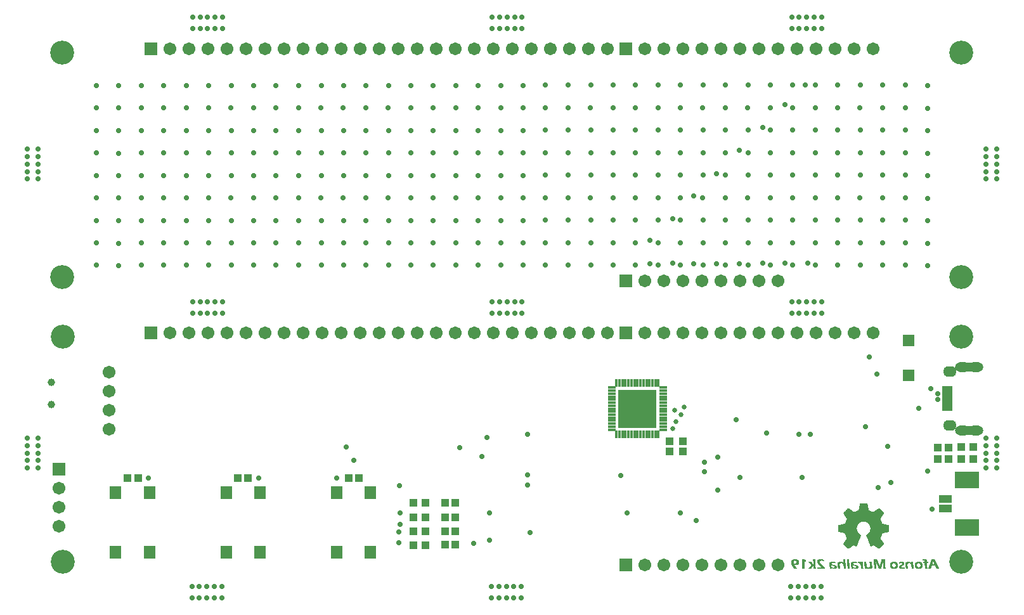
<source format=gbs>
G04*
G04 #@! TF.GenerationSoftware,Altium Limited,Altium Designer,18.1.9 (240)*
G04*
G04 Layer_Color=16711935*
%FSLAX44Y44*%
%MOMM*%
G71*
G01*
G75*
%ADD56C,0.0847*%
%ADD67R,1.0032X1.1032*%
%ADD68R,1.1032X1.0032*%
%ADD80C,0.7032*%
%ADD81R,1.7032X1.7032*%
%ADD82C,1.7032*%
%ADD83C,3.2032*%
%ADD84R,1.7032X1.7032*%
%ADD85R,1.3032X1.3032*%
%ADD86O,2.0032X1.3032*%
%ADD87O,1.8032X1.4032*%
%ADD88C,1.0033*%
%ADD89C,0.6532*%
%ADD90R,1.5532X1.5532*%
%ADD91R,0.4232X1.0432*%
%ADD92R,1.0432X0.4232*%
%ADD93R,5.1532X5.1532*%
%ADD94R,1.8032X1.0032*%
%ADD95R,3.2032X2.3032*%
%ADD96R,1.4032X0.6532*%
%ADD97R,1.0032X1.0032*%
%ADD98R,1.5032X1.7531*%
D56*
X2324606Y1282511D02*
X2372903D01*
X2343247Y1293526D02*
X2355110D01*
X2343247Y1292679D02*
X2355110D01*
X2342400Y1291832D02*
X2355110D01*
X2342400Y1290984D02*
X2355110D01*
X2340705Y1290137D02*
X2356804D01*
X2339010Y1289290D02*
X2358499D01*
X2336468Y1288442D02*
X2361041D01*
X2322911Y1287595D02*
X2375445D01*
X2322064Y1286748D02*
X2375445D01*
X2322911Y1285900D02*
X2375445D01*
X2322911Y1285053D02*
X2374598D01*
X2323758Y1284206D02*
X2373751D01*
X2323758Y1283358D02*
X2373751D01*
X2325453Y1281664D02*
X2372056D01*
X2325453Y1280816D02*
X2372056D01*
X2326300Y1279969D02*
X2371209D01*
X2327148Y1279122D02*
X2371209D01*
X2326300Y1278274D02*
X2371209D01*
X2326300Y1277427D02*
X2371209D01*
X2325453Y1276580D02*
X2372056D01*
X2325453Y1275732D02*
X2372056D01*
X2325453Y1274885D02*
X2344942D01*
X2325453Y1257091D02*
X2344942D01*
X2325453Y1256244D02*
X2344942D01*
X2357652Y1262175D02*
X2382224D01*
X2315285D02*
X2340705D01*
X2352568Y1274885D02*
X2372903D01*
X2354262Y1274038D02*
X2372903D01*
X2355110Y1273190D02*
X2372903D01*
X2355957Y1272343D02*
X2375445D01*
X2356804Y1271496D02*
X2378835D01*
X2356804Y1270648D02*
X2382224D01*
X2357652Y1269801D02*
X2382224D01*
X2357652Y1268954D02*
X2382224D01*
X2357652Y1268107D02*
X2382224D01*
X2358499Y1267259D02*
X2382224D01*
X2358499Y1266412D02*
X2382224D01*
X2358499Y1265564D02*
X2382224D01*
X2357652Y1264717D02*
X2382224D01*
X2357652Y1263870D02*
X2382224D01*
X2357652Y1263023D02*
X2382224D01*
X2355957Y1260480D02*
X2376293D01*
X2355110Y1259633D02*
X2373751D01*
X2354262Y1258786D02*
X2372903D01*
X2353415Y1257939D02*
X2372903D01*
X2352568Y1257091D02*
X2372903D01*
X2352568Y1256244D02*
X2372056D01*
X2353415Y1255396D02*
X2372056D01*
X2353415Y1254549D02*
X2371209D01*
X2354262Y1253702D02*
X2371209D01*
X2354262Y1252855D02*
X2371209D01*
X2355110Y1252007D02*
X2371209D01*
X2355110Y1251160D02*
X2372056D01*
X2355110Y1250313D02*
X2372903D01*
X2356804Y1246923D02*
X2375445D01*
X2356804Y1246076D02*
X2375445D01*
X2357652Y1245229D02*
X2375445D01*
X2356804Y1261328D02*
X2380529D01*
X2322911Y1288442D02*
X2335621D01*
X2324606Y1274038D02*
X2343247D01*
X2324606Y1273190D02*
X2342400D01*
X2322064Y1272343D02*
X2341552D01*
X2318674Y1271496D02*
X2340705D01*
X2315285Y1270648D02*
X2340705D01*
X2315285Y1269801D02*
X2339858D01*
X2315285Y1268954D02*
X2339858D01*
X2315285Y1268107D02*
X2339858D01*
X2315285Y1267259D02*
X2339010D01*
X2315285Y1266412D02*
X2339010D01*
X2315285Y1265564D02*
X2339010D01*
X2315285Y1264717D02*
X2339858D01*
X2315285Y1263870D02*
X2339858D01*
X2315285Y1263023D02*
X2339858D01*
X2317827Y1261328D02*
X2340705D01*
X2322064Y1260480D02*
X2341552D01*
X2323758Y1259633D02*
X2342400D01*
X2324606Y1258786D02*
X2343247D01*
X2324606Y1257939D02*
X2344094D01*
X2325453Y1255396D02*
X2344094D01*
X2326300Y1254549D02*
X2344094D01*
X2326300Y1253702D02*
X2344094D01*
X2326300Y1252855D02*
X2343247D01*
X2326300Y1252007D02*
X2343247D01*
X2325453Y1251160D02*
X2342400D01*
X2324606Y1250313D02*
X2342400D01*
X2324606Y1249465D02*
X2341552D01*
X2323758Y1248618D02*
X2341552D01*
X2322911Y1247771D02*
X2341552D01*
X2322911Y1246923D02*
X2340705D01*
X2322064Y1246076D02*
X2340705D01*
X2322064Y1245229D02*
X2340705D01*
X2322911Y1244381D02*
X2339858D01*
X2323758Y1243534D02*
X2334774D01*
X2365278Y1241839D02*
X2372056D01*
X2325453D02*
X2332232D01*
X2368667Y1292679D02*
X2370361D01*
X2366972Y1291832D02*
X2371209D01*
X2366125Y1290984D02*
X2372056D01*
X2364430Y1290137D02*
X2372903D01*
X2363583Y1289290D02*
X2373751D01*
X2361888Y1288442D02*
X2374598D01*
X2355957Y1249465D02*
X2373751D01*
X2355957Y1248618D02*
X2373751D01*
X2355957Y1247771D02*
X2374598D01*
X2357652Y1244381D02*
X2374598D01*
X2362735Y1243534D02*
X2373751D01*
X2357652D02*
X2361041D01*
X2364430Y1242687D02*
X2372903D01*
X2358499D02*
X2359346D01*
X2366972Y1240992D02*
X2371209D01*
X2367819Y1240145D02*
X2370361D01*
X2344094Y1299458D02*
X2353415D01*
X2344094Y1298610D02*
X2353415D01*
X2344094Y1297763D02*
X2354262D01*
X2344094Y1296916D02*
X2354262D01*
X2343247Y1296068D02*
X2354262D01*
X2343247Y1295221D02*
X2354262D01*
X2343247Y1294374D02*
X2354262D01*
X2336468Y1243534D02*
X2339858D01*
X2338163Y1242687D02*
X2339010D01*
X2327148Y1292679D02*
X2329690D01*
X2327148Y1291832D02*
X2330537D01*
X2325453Y1290984D02*
X2332232D01*
X2325453Y1290137D02*
X2333079D01*
X2324606Y1289290D02*
X2333926D01*
X2324606Y1242687D02*
X2333079D01*
X2326300Y1240992D02*
X2331384D01*
X2327148Y1240145D02*
X2329690D01*
X2372056Y1221504D02*
X2377140D01*
X2333926D02*
X2339010D01*
X2252583D02*
X2255125D01*
X2435606Y1213030D02*
X2438148D01*
X2435606Y1213877D02*
X2438995D01*
X2436453Y1214725D02*
X2438995D01*
X2436453Y1215572D02*
X2438995D01*
X2436453Y1216420D02*
X2439842D01*
X2372903Y1222351D02*
X2377140D01*
X2372903Y1223198D02*
X2377140D01*
X2372903Y1224045D02*
X2377140D01*
X2372903Y1224893D02*
X2377140D01*
X2353415Y1213030D02*
X2359346D01*
X2375445D02*
X2377987D01*
X2350873Y1213877D02*
X2360193D01*
X2375445D02*
X2377987D01*
X2375445Y1214725D02*
X2377140D01*
X2375445Y1215572D02*
X2377140D01*
X2375445Y1216420D02*
X2377140D01*
X2375445Y1217267D02*
X2377140D01*
X2375445Y1218114D02*
X2377140D01*
X2375445Y1218961D02*
X2377140D01*
X2375445Y1219809D02*
X2377140D01*
X2374598Y1220656D02*
X2377140D01*
X2294102Y1223198D02*
X2295797D01*
X2287323Y1224045D02*
X2294949D01*
X2289018Y1224893D02*
X2294102D01*
X2287323Y1213030D02*
X2296644D01*
X2287323Y1213877D02*
X2296644D01*
X2292407Y1214725D02*
X2295797D01*
X2291560Y1215572D02*
X2294949D01*
X2290713Y1216420D02*
X2294102D01*
X2333079Y1213030D02*
X2334774D01*
X2333079Y1213877D02*
X2334774D01*
X2314438Y1214725D02*
X2316980D01*
X2333079D02*
X2334774D01*
X2314438Y1215572D02*
X2316980D01*
X2314438Y1216420D02*
X2316980D01*
X2314438Y1217267D02*
X2316133D01*
X2332232D02*
X2339010D01*
X2314438Y1218114D02*
X2316133D01*
X2332232D02*
X2335621D01*
X2314438Y1218961D02*
X2316980D01*
X2332232D02*
X2334774D01*
X2314438Y1219809D02*
X2317827D01*
X2332232D02*
X2334774D01*
X2314438Y1220656D02*
X2321216D01*
X2332232D02*
X2339858D01*
X2252583Y1222351D02*
X2255125D01*
X2252583Y1223198D02*
X2255972D01*
X2253430Y1224045D02*
X2261056D01*
X2253430Y1216420D02*
X2256820D01*
X2253430Y1217267D02*
X2255972D01*
X2252583Y1218114D02*
X2255972D01*
X2252583Y1218961D02*
X2255125D01*
X2252583Y1219809D02*
X2255125D01*
X2252583Y1220656D02*
X2255125D01*
X2438995Y1221504D02*
X2440690D01*
X2442384D02*
X2444926D01*
X2420354D02*
X2424590D01*
X2428827D02*
X2434758D01*
X2397476D02*
X2401712D01*
X2406797D02*
X2410186D01*
X2412728D02*
X2414422D01*
X2387308D02*
X2391545D01*
X2356804D02*
X2359346D01*
X2362735D02*
X2364430D01*
X2365278D02*
X2367819D01*
X2341552D02*
X2344094D01*
X2344942D02*
X2347484D01*
X2350026D02*
X2351720D01*
X2316133D02*
X2320369D01*
X2322064D02*
X2323758D01*
X2327148D02*
X2328842D01*
X2305117D02*
X2310201D01*
X2275461D02*
X2278850D01*
X2282239D02*
X2283934D01*
X2287323D02*
X2289865D01*
X2259362D02*
X2261904D01*
X2266987D02*
X2269530D01*
X2438995Y1222351D02*
X2441537D01*
X2442384D02*
X2444926D01*
X2438995Y1223198D02*
X2444079D01*
X2439842Y1224045D02*
X2444079D01*
X2439842Y1224893D02*
X2443232D01*
X2437300Y1218114D02*
X2446621D01*
X2438148Y1218961D02*
X2440690D01*
X2443232D02*
X2446621D01*
X2438148Y1219809D02*
X2440690D01*
X2443232D02*
X2445773D01*
X2438148Y1220656D02*
X2440690D01*
X2443232D02*
X2445773D01*
X2446621Y1213030D02*
X2449163D01*
X2445773Y1213877D02*
X2449163D01*
X2445773Y1214725D02*
X2448315D01*
X2444926Y1215572D02*
X2448315D01*
X2444926Y1216420D02*
X2447468D01*
X2437300Y1217267D02*
X2447468D01*
X2430522Y1222351D02*
X2433064D01*
X2430522Y1223198D02*
X2433064D01*
X2427980Y1224045D02*
X2428827D01*
X2429674D02*
X2433064D01*
X2427980Y1224893D02*
X2432216D01*
X2419506Y1213030D02*
X2425438D01*
X2431369D02*
X2433911D01*
X2418659Y1213877D02*
X2426285D01*
X2431369D02*
X2433911D01*
X2417812Y1214725D02*
X2421201D01*
X2423743D02*
X2427132D01*
X2431369D02*
X2433064D01*
X2417812Y1215572D02*
X2420354D01*
X2424590D02*
X2427132D01*
X2431369D02*
X2433064D01*
X2417812Y1216420D02*
X2419506D01*
X2425438D02*
X2427132D01*
X2431369D02*
X2433064D01*
X2417812Y1217267D02*
X2419506D01*
X2425438D02*
X2427132D01*
X2430522D02*
X2433064D01*
X2417812Y1218114D02*
X2419506D01*
X2424590D02*
X2427132D01*
X2430522D02*
X2433064D01*
X2417812Y1218961D02*
X2420354D01*
X2424590D02*
X2427132D01*
X2430522D02*
X2433064D01*
X2417812Y1219809D02*
X2421201D01*
X2422896D02*
X2426285D01*
X2430522D02*
X2433064D01*
X2418659Y1220656D02*
X2426285D01*
X2428827D02*
X2434758D01*
X2397476Y1213030D02*
X2403407D01*
X2405949D02*
X2407644D01*
X2413575D02*
X2415270D01*
X2396629Y1213877D02*
X2403407D01*
X2405949D02*
X2407644D01*
X2413575D02*
X2415270D01*
X2396629Y1214725D02*
X2399171D01*
X2405102D02*
X2407644D01*
X2413575D02*
X2415270D01*
X2396629Y1215572D02*
X2399171D01*
X2405102D02*
X2407644D01*
X2412728D02*
X2415270D01*
X2397476Y1216420D02*
X2400018D01*
X2405102D02*
X2406797D01*
X2412728D02*
X2415270D01*
X2398323Y1217267D02*
X2401712D01*
X2405102D02*
X2406797D01*
X2412728D02*
X2415270D01*
X2400018Y1218114D02*
X2402560D01*
X2405102D02*
X2406797D01*
X2412728D02*
X2414422D01*
X2400865Y1218961D02*
X2402560D01*
X2405102D02*
X2407644D01*
X2411880D02*
X2414422D01*
X2396629Y1219809D02*
X2397476D01*
X2400018D02*
X2402560D01*
X2405102D02*
X2408491D01*
X2411033D02*
X2414422D01*
X2396629Y1220656D02*
X2402560D01*
X2405102D02*
X2414422D01*
X2386461Y1213030D02*
X2392392D01*
X2385613Y1213877D02*
X2393239D01*
X2384766Y1214725D02*
X2388155D01*
X2390697D02*
X2394087D01*
X2384766Y1215572D02*
X2387308D01*
X2391545D02*
X2394087D01*
X2384766Y1216420D02*
X2386461D01*
X2392392D02*
X2394087D01*
X2384766Y1217267D02*
X2386461D01*
X2392392D02*
X2394087D01*
X2384766Y1218114D02*
X2386461D01*
X2391545D02*
X2394087D01*
X2384766Y1218961D02*
X2387308D01*
X2391545D02*
X2394087D01*
X2384766Y1219809D02*
X2388155D01*
X2389850D02*
X2393239D01*
X2385613Y1220656D02*
X2393239D01*
X2362735Y1222351D02*
X2364430D01*
X2365278D02*
X2367819D01*
X2362735Y1223198D02*
X2366972D01*
X2362735Y1224045D02*
X2366972D01*
X2362735Y1224893D02*
X2366125D01*
X2363583Y1213030D02*
X2365278D01*
X2369514D02*
X2372056D01*
X2363583Y1213877D02*
X2365278D01*
X2368667D02*
X2372056D01*
X2356804Y1214725D02*
X2360193D01*
X2363583D02*
X2365278D01*
X2368667D02*
X2372056D01*
X2357652Y1215572D02*
X2360193D01*
X2363583D02*
X2365278D01*
X2368667D02*
X2372903D01*
X2357652Y1216420D02*
X2360193D01*
X2363583D02*
X2365278D01*
X2367819D02*
X2370361D01*
X2371209D02*
X2372903D01*
X2357652Y1217267D02*
X2359346D01*
X2363583D02*
X2365278D01*
X2367819D02*
X2369514D01*
X2371209D02*
X2372903D01*
X2357652Y1218114D02*
X2359346D01*
X2362735D02*
X2365278D01*
X2366972D02*
X2369514D01*
X2371209D02*
X2372903D01*
X2357652Y1218961D02*
X2359346D01*
X2362735D02*
X2365278D01*
X2366972D02*
X2368667D01*
X2371209D02*
X2373751D01*
X2357652Y1219809D02*
X2359346D01*
X2362735D02*
X2365278D01*
X2366125D02*
X2368667D01*
X2372056D02*
X2373751D01*
X2356804Y1220656D02*
X2359346D01*
X2362735D02*
X2364430D01*
X2366125D02*
X2367819D01*
X2372056D02*
X2373751D01*
X2336468Y1213030D02*
X2340705D01*
X2345789D02*
X2348331D01*
X2350873D02*
X2352568D01*
X2335621Y1213877D02*
X2336468D01*
X2338163D02*
X2341552D01*
X2345789D02*
X2347484D01*
X2339010Y1214725D02*
X2341552D01*
X2345789D02*
X2347484D01*
X2350873D02*
X2353415D01*
X2339010Y1215572D02*
X2341552D01*
X2345789D02*
X2347484D01*
X2350873D02*
X2352568D01*
X2337316Y1216420D02*
X2340705D01*
X2345789D02*
X2347484D01*
X2350026D02*
X2352568D01*
X2344942Y1217267D02*
X2347484D01*
X2350026D02*
X2352568D01*
X2344942Y1218114D02*
X2347484D01*
X2350026D02*
X2352568D01*
X2344094Y1218961D02*
X2347484D01*
X2350026D02*
X2352568D01*
X2343247Y1219809D02*
X2347484D01*
X2350026D02*
X2351720D01*
X2341552Y1220656D02*
X2347484D01*
X2350026D02*
X2351720D01*
X2322064Y1222351D02*
X2323758D01*
X2327148D02*
X2328842D01*
X2322064Y1223198D02*
X2323758D01*
X2327148D02*
X2328842D01*
X2322064Y1224045D02*
X2323758D01*
X2327148D02*
X2328842D01*
X2322064Y1224893D02*
X2323758D01*
X2327148D02*
X2328842D01*
X2315285Y1213030D02*
X2316980D01*
X2322911D02*
X2324606D01*
X2327995D02*
X2329690D01*
X2315285Y1213877D02*
X2316980D01*
X2322911D02*
X2324606D01*
X2327995D02*
X2329690D01*
X2322911Y1214725D02*
X2324606D01*
X2327995D02*
X2329690D01*
X2322911Y1215572D02*
X2324606D01*
X2327995D02*
X2329690D01*
X2332232D02*
X2333926D01*
X2322064Y1216420D02*
X2324606D01*
X2327148D02*
X2329690D01*
X2332232D02*
X2333926D01*
X2322064Y1217267D02*
X2324606D01*
X2327148D02*
X2329690D01*
X2322064Y1218114D02*
X2324606D01*
X2327148D02*
X2329690D01*
X2321216Y1218961D02*
X2324606D01*
X2327148D02*
X2329690D01*
X2320369Y1219809D02*
X2324606D01*
X2327148D02*
X2329690D01*
X2322064Y1220656D02*
X2323758D01*
X2327148D02*
X2328842D01*
X2304270Y1213030D02*
X2305965D01*
X2307659D02*
X2311896D01*
X2304270Y1213877D02*
X2305965D01*
X2306812D02*
X2307659D01*
X2309354D02*
X2312743D01*
X2304270Y1214725D02*
X2305965D01*
X2310201D02*
X2312743D01*
X2303423Y1215572D02*
X2305117D01*
X2310201D02*
X2312743D01*
X2303423Y1216420D02*
X2305117D01*
X2308507D02*
X2311896D01*
X2303423Y1217267D02*
X2310201D01*
X2303423Y1218114D02*
X2306812D01*
X2303423Y1218961D02*
X2305965D01*
X2303423Y1219809D02*
X2305965D01*
X2303423Y1220656D02*
X2311048D01*
X2282239Y1222351D02*
X2283934D01*
X2287323D02*
X2289865D01*
X2281392Y1223198D02*
X2283934D01*
X2287323D02*
X2291560D01*
X2281392Y1224045D02*
X2283934D01*
X2281392Y1224893D02*
X2283934D01*
X2275461Y1213030D02*
X2278850D01*
X2282239D02*
X2284781D01*
X2276308Y1213877D02*
X2278850D01*
X2282239D02*
X2284781D01*
X2277155Y1214725D02*
X2279697D01*
X2282239D02*
X2283934D01*
X2278003Y1215572D02*
X2280545D01*
X2282239D02*
X2283934D01*
X2278850Y1216420D02*
X2281392D01*
X2282239D02*
X2283934D01*
X2278850Y1217267D02*
X2281392D01*
X2282239D02*
X2283934D01*
X2289865D02*
X2293255D01*
X2278850Y1218114D02*
X2281392D01*
X2282239D02*
X2283934D01*
X2289018D02*
X2292407D01*
X2278003Y1218961D02*
X2280545D01*
X2282239D02*
X2283934D01*
X2288171D02*
X2291560D01*
X2277155Y1219809D02*
X2279697D01*
X2282239D02*
X2283934D01*
X2288171D02*
X2290713D01*
X2276308Y1220656D02*
X2279697D01*
X2282239D02*
X2283934D01*
X2287323D02*
X2289865D01*
X2259362Y1222351D02*
X2261904D01*
X2266987D02*
X2269530D01*
X2270377D02*
X2271224D01*
X2257667Y1223198D02*
X2261904D01*
X2266987D02*
X2271224D01*
X2266987Y1224045D02*
X2271224D01*
X2255125Y1224893D02*
X2259362D01*
X2266987D02*
X2269530D01*
X2255972Y1213030D02*
X2259362D01*
X2266987D02*
X2269530D01*
X2255125Y1213877D02*
X2258514D01*
X2266987D02*
X2269530D01*
X2255125Y1214725D02*
X2257667D01*
X2266987D02*
X2269530D01*
X2254278Y1215572D02*
X2257667D01*
X2266987D02*
X2269530D01*
X2266987Y1216420D02*
X2269530D01*
X2266987Y1217267D02*
X2269530D01*
X2256820Y1218114D02*
X2261056D01*
X2266987D02*
X2269530D01*
X2255972Y1218961D02*
X2261904D01*
X2266987D02*
X2269530D01*
X2258514Y1219809D02*
X2261904D01*
X2266987D02*
X2269530D01*
X2259362Y1220656D02*
X2261904D01*
X2266987D02*
X2269530D01*
D67*
X1366274Y1334054D02*
D03*
X1380274D02*
D03*
X1513274D02*
D03*
X1527274D02*
D03*
X1675274Y1333804D02*
D03*
X1661274D02*
D03*
X1804024Y1262804D02*
D03*
X1790024D02*
D03*
X1804024Y1301054D02*
D03*
X1790024D02*
D03*
X1804024Y1281554D02*
D03*
X1790024D02*
D03*
X1804024Y1244554D02*
D03*
X1790024D02*
D03*
X2448024Y1374554D02*
D03*
X2462024D02*
D03*
X2462024Y1359054D02*
D03*
X2448024D02*
D03*
D68*
X2090274Y1382804D02*
D03*
Y1368804D02*
D03*
X2108024Y1383054D02*
D03*
Y1369054D02*
D03*
D80*
X1247000Y1387000D02*
D03*
Y1377000D02*
D03*
Y1367000D02*
D03*
Y1357000D02*
D03*
Y1347000D02*
D03*
X1232000D02*
D03*
Y1357000D02*
D03*
Y1367000D02*
D03*
Y1377000D02*
D03*
Y1387000D02*
D03*
X2512150D02*
D03*
Y1377000D02*
D03*
Y1367000D02*
D03*
Y1357000D02*
D03*
Y1347000D02*
D03*
X2527150D02*
D03*
Y1357000D02*
D03*
Y1367000D02*
D03*
Y1377000D02*
D03*
Y1387000D02*
D03*
X2512000Y1773000D02*
D03*
Y1763000D02*
D03*
Y1753000D02*
D03*
Y1743000D02*
D03*
Y1733000D02*
D03*
X2527000D02*
D03*
Y1743000D02*
D03*
Y1753000D02*
D03*
Y1763000D02*
D03*
Y1773000D02*
D03*
X1246900D02*
D03*
Y1763000D02*
D03*
Y1753000D02*
D03*
Y1743000D02*
D03*
Y1733000D02*
D03*
X1231900D02*
D03*
Y1743000D02*
D03*
Y1753000D02*
D03*
Y1763000D02*
D03*
Y1773000D02*
D03*
X1492000Y1188950D02*
D03*
X1482000D02*
D03*
X1472000D02*
D03*
X1462000D02*
D03*
X1452000D02*
D03*
Y1173950D02*
D03*
X1462000D02*
D03*
X1472000D02*
D03*
X1482000D02*
D03*
X1492000D02*
D03*
X1892000Y1173850D02*
D03*
X1882000D02*
D03*
X1872000D02*
D03*
X1862000D02*
D03*
X1852000D02*
D03*
Y1188850D02*
D03*
X1862000D02*
D03*
X1872000D02*
D03*
X1882000D02*
D03*
X1892000D02*
D03*
X2292000Y1173850D02*
D03*
X2282000D02*
D03*
X2272000D02*
D03*
X2262000D02*
D03*
X2252000D02*
D03*
Y1188850D02*
D03*
X2262000D02*
D03*
X2272000D02*
D03*
X2282000D02*
D03*
X2292000D02*
D03*
X2293000Y1948850D02*
D03*
X2283000D02*
D03*
X2273000D02*
D03*
X2263000D02*
D03*
X2253000D02*
D03*
Y1933850D02*
D03*
X2263000D02*
D03*
X2273000D02*
D03*
X2283000D02*
D03*
X2293000D02*
D03*
X1893000Y1948850D02*
D03*
X1883000D02*
D03*
X1873000D02*
D03*
X1863000D02*
D03*
X1853000D02*
D03*
Y1933850D02*
D03*
X1863000D02*
D03*
X1873000D02*
D03*
X1883000D02*
D03*
X1893000D02*
D03*
X1493000Y1933950D02*
D03*
X1483000D02*
D03*
X1473000D02*
D03*
X1463000D02*
D03*
X1453000D02*
D03*
Y1948950D02*
D03*
X1463000D02*
D03*
X1473000D02*
D03*
X1483000D02*
D03*
X1493000D02*
D03*
X2293000Y1568850D02*
D03*
X2283000D02*
D03*
X2273000D02*
D03*
X2263000D02*
D03*
X2253000D02*
D03*
Y1553850D02*
D03*
X2263000D02*
D03*
X2273000D02*
D03*
X2283000D02*
D03*
X2293000D02*
D03*
X1893000Y1568850D02*
D03*
X1883000D02*
D03*
X1873000D02*
D03*
X1863000D02*
D03*
X1853000D02*
D03*
Y1553850D02*
D03*
X1863000D02*
D03*
X1873000D02*
D03*
X1883000D02*
D03*
X1893000D02*
D03*
X1493000Y1553950D02*
D03*
X1483000D02*
D03*
X1473000D02*
D03*
X1463000D02*
D03*
X1453000D02*
D03*
Y1568950D02*
D03*
X1463000D02*
D03*
X1473000D02*
D03*
X1483000D02*
D03*
X1493000D02*
D03*
X2271250Y1858250D02*
D03*
X2274250Y1620500D02*
D03*
X2243750Y1832000D02*
D03*
Y1620388D02*
D03*
X2214500Y1802138D02*
D03*
Y1620388D02*
D03*
X2182750Y1771000D02*
D03*
Y1620000D02*
D03*
X2152750Y1740000D02*
D03*
Y1620000D02*
D03*
X2121750Y1710000D02*
D03*
Y1620000D02*
D03*
X2094000Y1680250D02*
D03*
Y1620388D02*
D03*
X2063750Y1651000D02*
D03*
X2063250Y1620000D02*
D03*
X1384500Y1858000D02*
D03*
X1504500D02*
D03*
X1324750Y1677750D02*
D03*
Y1647500D02*
D03*
Y1617750D02*
D03*
X1324500Y1707750D02*
D03*
X1324750Y1737750D02*
D03*
Y1767750D02*
D03*
Y1797750D02*
D03*
X1324500Y1828000D02*
D03*
X1324750Y1858000D02*
D03*
X2404750Y1858500D02*
D03*
X2404500Y1828500D02*
D03*
X2404750Y1798250D02*
D03*
Y1768250D02*
D03*
Y1738250D02*
D03*
X2404500Y1708250D02*
D03*
X2404750Y1678250D02*
D03*
Y1648000D02*
D03*
Y1618250D02*
D03*
X2374500Y1858500D02*
D03*
X2374250Y1828500D02*
D03*
X2374500Y1798250D02*
D03*
Y1768250D02*
D03*
Y1738250D02*
D03*
X2374250Y1708250D02*
D03*
X2374500Y1678250D02*
D03*
Y1648000D02*
D03*
Y1618250D02*
D03*
X2344500Y1858500D02*
D03*
X2344250Y1828500D02*
D03*
X2344500Y1798250D02*
D03*
Y1768250D02*
D03*
Y1738250D02*
D03*
X2344250Y1708250D02*
D03*
X2344500Y1678250D02*
D03*
Y1648000D02*
D03*
Y1618250D02*
D03*
X2314500Y1858500D02*
D03*
X2314250Y1828500D02*
D03*
X2314500Y1798250D02*
D03*
Y1768250D02*
D03*
Y1738250D02*
D03*
X2314250Y1708250D02*
D03*
X2314500Y1678250D02*
D03*
Y1648000D02*
D03*
Y1618250D02*
D03*
X2284750Y1858500D02*
D03*
X2284500Y1828500D02*
D03*
X2284750Y1798250D02*
D03*
Y1768250D02*
D03*
Y1738250D02*
D03*
X2284500Y1708250D02*
D03*
X2284750Y1678250D02*
D03*
Y1648000D02*
D03*
Y1618250D02*
D03*
X2254500Y1858500D02*
D03*
X2254250Y1828500D02*
D03*
X2254500Y1798250D02*
D03*
Y1768250D02*
D03*
Y1738250D02*
D03*
X2254250Y1708250D02*
D03*
X2254500Y1678250D02*
D03*
Y1648000D02*
D03*
Y1618250D02*
D03*
X2224750Y1858500D02*
D03*
X2224500Y1828500D02*
D03*
X2224750Y1798250D02*
D03*
Y1768250D02*
D03*
Y1738250D02*
D03*
X2224500Y1708250D02*
D03*
X2224750Y1678250D02*
D03*
Y1648000D02*
D03*
Y1618250D02*
D03*
X2194500Y1858500D02*
D03*
X2194250Y1828500D02*
D03*
X2194500Y1798250D02*
D03*
Y1768250D02*
D03*
Y1738250D02*
D03*
X2194250Y1708250D02*
D03*
X2194500Y1678250D02*
D03*
Y1648000D02*
D03*
Y1618250D02*
D03*
X2164500Y1858500D02*
D03*
X2164250Y1828500D02*
D03*
X2164500Y1798250D02*
D03*
Y1768250D02*
D03*
Y1738250D02*
D03*
X2164250Y1708250D02*
D03*
X2164500Y1678250D02*
D03*
Y1648000D02*
D03*
Y1618250D02*
D03*
X2134500Y1858500D02*
D03*
X2134250Y1828500D02*
D03*
X2134500Y1798250D02*
D03*
Y1768250D02*
D03*
Y1738250D02*
D03*
X2134250Y1708250D02*
D03*
X2134500Y1678250D02*
D03*
Y1648000D02*
D03*
Y1618250D02*
D03*
X2104500Y1858500D02*
D03*
X2104250Y1828500D02*
D03*
X2104500Y1798250D02*
D03*
Y1768250D02*
D03*
Y1738250D02*
D03*
X2104250Y1708250D02*
D03*
X2104500Y1678250D02*
D03*
Y1648000D02*
D03*
Y1618250D02*
D03*
X2074500Y1858500D02*
D03*
X2074250Y1828500D02*
D03*
X2074500Y1798250D02*
D03*
Y1768250D02*
D03*
Y1738250D02*
D03*
X2074250Y1708250D02*
D03*
X2074500Y1678250D02*
D03*
Y1648000D02*
D03*
Y1618250D02*
D03*
X2044500Y1858500D02*
D03*
X2044250Y1828500D02*
D03*
X2044500Y1798250D02*
D03*
Y1768250D02*
D03*
Y1738250D02*
D03*
X2044250Y1708250D02*
D03*
X2044500Y1678250D02*
D03*
Y1648000D02*
D03*
Y1618250D02*
D03*
X2014750Y1858500D02*
D03*
X2014500Y1828500D02*
D03*
X2014750Y1798250D02*
D03*
Y1768250D02*
D03*
Y1738250D02*
D03*
X2014500Y1708250D02*
D03*
X2014750Y1678250D02*
D03*
Y1648000D02*
D03*
Y1618250D02*
D03*
X1984500Y1858500D02*
D03*
X1984250Y1828500D02*
D03*
X1984500Y1798250D02*
D03*
Y1768250D02*
D03*
Y1738250D02*
D03*
X1984250Y1708250D02*
D03*
X1984500Y1678250D02*
D03*
Y1648000D02*
D03*
Y1618250D02*
D03*
X1954500Y1858500D02*
D03*
X1954250Y1828500D02*
D03*
X1954500Y1798250D02*
D03*
Y1768250D02*
D03*
Y1738250D02*
D03*
X1954250Y1708250D02*
D03*
X1954500Y1678250D02*
D03*
Y1648000D02*
D03*
Y1618250D02*
D03*
X1924250Y1858500D02*
D03*
X1924000Y1828500D02*
D03*
X1924250Y1798250D02*
D03*
Y1768250D02*
D03*
Y1738250D02*
D03*
X1924000Y1708250D02*
D03*
X1924250Y1678250D02*
D03*
Y1648000D02*
D03*
Y1618250D02*
D03*
X1894500Y1858000D02*
D03*
X1894250Y1828000D02*
D03*
X1894500Y1797750D02*
D03*
Y1767750D02*
D03*
Y1737750D02*
D03*
X1894250Y1707750D02*
D03*
X1894500Y1677750D02*
D03*
Y1647500D02*
D03*
Y1617750D02*
D03*
X2434750Y1857500D02*
D03*
X2434500Y1827500D02*
D03*
X2434750Y1797250D02*
D03*
Y1767250D02*
D03*
Y1737250D02*
D03*
X2434500Y1707250D02*
D03*
X2434750Y1677250D02*
D03*
Y1647000D02*
D03*
Y1617250D02*
D03*
X1864750Y1858000D02*
D03*
X1864500Y1828000D02*
D03*
X1864750Y1797750D02*
D03*
Y1767750D02*
D03*
Y1737750D02*
D03*
X1864500Y1707750D02*
D03*
X1864750Y1677750D02*
D03*
Y1647500D02*
D03*
Y1617750D02*
D03*
X1834500Y1858000D02*
D03*
X1834250Y1828000D02*
D03*
X1834500Y1797750D02*
D03*
Y1767750D02*
D03*
Y1737750D02*
D03*
X1834250Y1707750D02*
D03*
X1834500Y1677750D02*
D03*
Y1647500D02*
D03*
Y1617750D02*
D03*
X1804500Y1858000D02*
D03*
X1804250Y1828000D02*
D03*
X1804500Y1797750D02*
D03*
Y1767750D02*
D03*
Y1737750D02*
D03*
X1804250Y1707750D02*
D03*
X1804500Y1677750D02*
D03*
Y1647500D02*
D03*
Y1617750D02*
D03*
X1774500Y1858000D02*
D03*
X1774250Y1828000D02*
D03*
X1774500Y1797750D02*
D03*
Y1767750D02*
D03*
Y1737750D02*
D03*
X1774250Y1707750D02*
D03*
X1774500Y1677750D02*
D03*
Y1647500D02*
D03*
Y1617750D02*
D03*
X1744750Y1858000D02*
D03*
X1744500Y1828000D02*
D03*
X1744750Y1797750D02*
D03*
Y1767750D02*
D03*
Y1737750D02*
D03*
X1744500Y1707750D02*
D03*
X1744750Y1677750D02*
D03*
Y1647500D02*
D03*
Y1617750D02*
D03*
X1714500Y1858000D02*
D03*
X1714250Y1828000D02*
D03*
X1714500Y1797750D02*
D03*
Y1767750D02*
D03*
Y1737750D02*
D03*
X1714250Y1707750D02*
D03*
X1714500Y1677750D02*
D03*
Y1647500D02*
D03*
Y1617750D02*
D03*
X1684500Y1858000D02*
D03*
X1684250Y1828000D02*
D03*
X1684500Y1797750D02*
D03*
Y1767750D02*
D03*
Y1737750D02*
D03*
X1684250Y1707750D02*
D03*
X1684500Y1677750D02*
D03*
Y1647500D02*
D03*
Y1617750D02*
D03*
X1654500Y1858000D02*
D03*
X1654250Y1828000D02*
D03*
X1654500Y1797750D02*
D03*
Y1767750D02*
D03*
Y1737750D02*
D03*
X1654250Y1707750D02*
D03*
X1654500Y1677750D02*
D03*
Y1647500D02*
D03*
Y1617750D02*
D03*
X1624750Y1858000D02*
D03*
X1624500Y1828000D02*
D03*
X1624750Y1797750D02*
D03*
Y1767750D02*
D03*
Y1737750D02*
D03*
X1624500Y1707750D02*
D03*
X1624750Y1677750D02*
D03*
Y1647500D02*
D03*
Y1617750D02*
D03*
X1594750Y1858000D02*
D03*
X1594500Y1828000D02*
D03*
X1594750Y1797750D02*
D03*
Y1767750D02*
D03*
Y1737750D02*
D03*
X1594500Y1707750D02*
D03*
X1594750Y1677750D02*
D03*
Y1647500D02*
D03*
Y1617750D02*
D03*
X1564500Y1858000D02*
D03*
X1564250Y1828000D02*
D03*
X1564500Y1797750D02*
D03*
Y1767750D02*
D03*
Y1737750D02*
D03*
X1564250Y1707750D02*
D03*
X1564500Y1677750D02*
D03*
Y1647500D02*
D03*
Y1617750D02*
D03*
X1534500Y1858000D02*
D03*
X1534250Y1828000D02*
D03*
X1534500Y1797750D02*
D03*
Y1767750D02*
D03*
Y1737750D02*
D03*
X1534250Y1707750D02*
D03*
X1534500Y1677750D02*
D03*
Y1647500D02*
D03*
Y1617750D02*
D03*
X1504250Y1828000D02*
D03*
X1504500Y1797750D02*
D03*
Y1767750D02*
D03*
Y1737750D02*
D03*
X1504250Y1707750D02*
D03*
X1504500Y1677750D02*
D03*
Y1647500D02*
D03*
Y1617750D02*
D03*
X1474750Y1858000D02*
D03*
X1474500Y1828000D02*
D03*
X1474750Y1797750D02*
D03*
Y1767750D02*
D03*
Y1737750D02*
D03*
X1474500Y1707750D02*
D03*
X1474750Y1677750D02*
D03*
Y1647500D02*
D03*
Y1617750D02*
D03*
X1444750Y1858000D02*
D03*
X1444500Y1828000D02*
D03*
X1444750Y1797750D02*
D03*
Y1767750D02*
D03*
Y1737750D02*
D03*
X1444500Y1707750D02*
D03*
X1444750Y1677750D02*
D03*
Y1647500D02*
D03*
Y1617750D02*
D03*
X1414500Y1858000D02*
D03*
X1414250Y1828000D02*
D03*
X1414500Y1797750D02*
D03*
Y1767750D02*
D03*
Y1737750D02*
D03*
X1414250Y1707750D02*
D03*
X1414500Y1677750D02*
D03*
Y1647500D02*
D03*
Y1617750D02*
D03*
X1384250Y1828000D02*
D03*
X1384500Y1797750D02*
D03*
Y1767750D02*
D03*
Y1737750D02*
D03*
X1384250Y1707750D02*
D03*
X1384500Y1677750D02*
D03*
Y1647500D02*
D03*
Y1617750D02*
D03*
X1354500Y1857750D02*
D03*
X1354250Y1827750D02*
D03*
X1354500Y1797500D02*
D03*
Y1767500D02*
D03*
Y1737500D02*
D03*
X1354250Y1707500D02*
D03*
X1354500Y1677500D02*
D03*
Y1647250D02*
D03*
Y1617500D02*
D03*
X1849774Y1250804D02*
D03*
X1828274Y1246804D02*
D03*
X2154274Y1317304D02*
D03*
X1645524Y1334054D02*
D03*
X2439024Y1452804D02*
D03*
X2356774Y1495304D02*
D03*
X1541024Y1333804D02*
D03*
X1393774Y1334054D02*
D03*
X2024524Y1336804D02*
D03*
X1903774Y1260704D02*
D03*
X2440524Y1292054D02*
D03*
X2422774Y1427054D02*
D03*
X2447774Y1438323D02*
D03*
Y1446354D02*
D03*
X1730381Y1287054D02*
D03*
Y1272054D02*
D03*
X1728494Y1262054D02*
D03*
Y1247054D02*
D03*
X2103974Y1287054D02*
D03*
X2032774D02*
D03*
X1849674D02*
D03*
X2267274Y1334554D02*
D03*
X2184274Y1334804D02*
D03*
X2125072Y1277054D02*
D03*
X1729524Y1323554D02*
D03*
X1900274Y1324054D02*
D03*
X2154274Y1361554D02*
D03*
X1900024Y1391904D02*
D03*
X1839274Y1362304D02*
D03*
X1900524Y1337554D02*
D03*
X1846274Y1387554D02*
D03*
X1809524Y1374304D02*
D03*
X1668024Y1357054D02*
D03*
X1657774Y1374804D02*
D03*
X2262284Y1391904D02*
D03*
X2277974Y1391804D02*
D03*
X2136274Y1354554D02*
D03*
Y1341854D02*
D03*
X2179024Y1411804D02*
D03*
X2219274Y1394054D02*
D03*
X2351274Y1402054D02*
D03*
X2385774Y1327804D02*
D03*
X2434524Y1343054D02*
D03*
X2381024Y1375804D02*
D03*
X2368274Y1320954D02*
D03*
X2367024Y1472304D02*
D03*
D81*
X2031500Y1597000D02*
D03*
X2031600Y1907250D02*
D03*
X1397000Y1907250D02*
D03*
X2031774Y1217274D02*
D03*
X1397274Y1527524D02*
D03*
X2031874Y1527524D02*
D03*
D82*
X2082300Y1597000D02*
D03*
X2107700D02*
D03*
X2133100D02*
D03*
X2158500D02*
D03*
X2183900D02*
D03*
X2209300D02*
D03*
X2234700D02*
D03*
X2056900D02*
D03*
X2361800Y1907250D02*
D03*
X2336400D02*
D03*
X2311000D02*
D03*
X2285600D02*
D03*
X2260200D02*
D03*
X2234800D02*
D03*
X2209400D02*
D03*
X2184000D02*
D03*
X2158600D02*
D03*
X2133200D02*
D03*
X2107800D02*
D03*
X2082400D02*
D03*
X2057000D02*
D03*
X1422400Y1907250D02*
D03*
X1447800D02*
D03*
X1473200D02*
D03*
X1498600D02*
D03*
X1524000D02*
D03*
X1549400D02*
D03*
X1574800D02*
D03*
X1600200D02*
D03*
X1625600D02*
D03*
X1651000D02*
D03*
X1676400D02*
D03*
X1701800D02*
D03*
X1727200D02*
D03*
X1752600D02*
D03*
X1778000D02*
D03*
X1803400D02*
D03*
X1828800D02*
D03*
X1854200D02*
D03*
X1879600D02*
D03*
X1905000D02*
D03*
X1930400D02*
D03*
X1955800D02*
D03*
X1981200D02*
D03*
X2006600D02*
D03*
X1274774Y1269654D02*
D03*
Y1295054D02*
D03*
Y1320454D02*
D03*
X1341275Y1398954D02*
D03*
Y1424354D02*
D03*
Y1449754D02*
D03*
Y1475154D02*
D03*
X2057174Y1217274D02*
D03*
X2234974D02*
D03*
X2209574D02*
D03*
X2184174D02*
D03*
X2158774D02*
D03*
X2133374D02*
D03*
X2107974D02*
D03*
X2082574D02*
D03*
X2260474Y1527524D02*
D03*
X2285874D02*
D03*
X2362074D02*
D03*
X2336674D02*
D03*
X2311274D02*
D03*
X2235074D02*
D03*
X1829074Y1527524D02*
D03*
X1803674D02*
D03*
X1778274D02*
D03*
X1676674D02*
D03*
X1702074D02*
D03*
X1727474D02*
D03*
X1752874D02*
D03*
X1854474D02*
D03*
X1422674D02*
D03*
X1448074D02*
D03*
X1473474D02*
D03*
X1498874D02*
D03*
X1524274D02*
D03*
X1549674D02*
D03*
X1575074D02*
D03*
X1600474D02*
D03*
X1625874D02*
D03*
X1651274D02*
D03*
X1879874D02*
D03*
X1905274D02*
D03*
X1930674D02*
D03*
X1956074D02*
D03*
X1981474D02*
D03*
X2006874D02*
D03*
X2209674Y1527524D02*
D03*
X2184274D02*
D03*
X2158874D02*
D03*
X2133474D02*
D03*
X2108074D02*
D03*
X2082674D02*
D03*
X2057274D02*
D03*
D83*
X1279000Y1602000D02*
D03*
X2479000D02*
D03*
Y1902000D02*
D03*
X1279000D02*
D03*
X1279274Y1522274D02*
D03*
X2479274D02*
D03*
Y1222274D02*
D03*
X1279274D02*
D03*
D84*
X1274774Y1345854D02*
D03*
D85*
X2485154Y1482054D02*
D03*
X2494394D02*
D03*
Y1397554D02*
D03*
X2485154D02*
D03*
D86*
X2481024D02*
D03*
X2498524D02*
D03*
Y1482054D02*
D03*
X2481024D02*
D03*
D87*
X2464024Y1403804D02*
D03*
Y1475804D02*
D03*
D88*
X1264274Y1431553D02*
D03*
Y1461555D02*
D03*
D89*
X2057774Y1412054D02*
D03*
X2065274D02*
D03*
Y1444554D02*
D03*
X2027774Y1412054D02*
D03*
Y1404554D02*
D03*
X2035274Y1412054D02*
D03*
X2042774D02*
D03*
X2050274D02*
D03*
X2065274Y1404554D02*
D03*
X2057774D02*
D03*
X2050274D02*
D03*
X2042774D02*
D03*
X2035274D02*
D03*
X2027774Y1429554D02*
D03*
X2035274D02*
D03*
X2042774D02*
D03*
X2050274D02*
D03*
X2057774D02*
D03*
X2065274D02*
D03*
Y1437054D02*
D03*
X2057774D02*
D03*
X2050274D02*
D03*
X2042774D02*
D03*
X2035274D02*
D03*
X2027774D02*
D03*
Y1444554D02*
D03*
X2035274D02*
D03*
X2042774D02*
D03*
X2050274D02*
D03*
X2057774D02*
D03*
X2105224Y1418354D02*
D03*
X2109274Y1428804D02*
D03*
X2097024Y1424304D02*
D03*
X2098274Y1409054D02*
D03*
X2094024Y1400054D02*
D03*
D90*
X2409024Y1517554D02*
D03*
Y1470554D02*
D03*
D91*
X2075024Y1391904D02*
D03*
X2071024D02*
D03*
X2067024D02*
D03*
X2063024D02*
D03*
X2059024D02*
D03*
X2055024D02*
D03*
X2051024D02*
D03*
X2047024D02*
D03*
X2043024D02*
D03*
X2039024D02*
D03*
X2035024D02*
D03*
X2031024D02*
D03*
X2027024D02*
D03*
X2023024D02*
D03*
X2019024D02*
D03*
Y1460804D02*
D03*
X2023024D02*
D03*
X2027024D02*
D03*
X2031024D02*
D03*
X2035024D02*
D03*
X2039024D02*
D03*
X2043024D02*
D03*
X2047024D02*
D03*
X2051024D02*
D03*
X2055024D02*
D03*
X2059024D02*
D03*
X2063024D02*
D03*
X2067024D02*
D03*
X2071024D02*
D03*
X2075024D02*
D03*
D92*
X2081474Y1454354D02*
D03*
Y1450354D02*
D03*
Y1446354D02*
D03*
Y1442354D02*
D03*
Y1438354D02*
D03*
Y1434354D02*
D03*
Y1430354D02*
D03*
Y1426354D02*
D03*
Y1422354D02*
D03*
Y1418354D02*
D03*
Y1414354D02*
D03*
Y1410354D02*
D03*
Y1406354D02*
D03*
Y1402354D02*
D03*
Y1398354D02*
D03*
X2012574D02*
D03*
Y1402354D02*
D03*
Y1406354D02*
D03*
Y1410354D02*
D03*
Y1414354D02*
D03*
Y1418354D02*
D03*
Y1422354D02*
D03*
Y1426354D02*
D03*
Y1430354D02*
D03*
Y1434354D02*
D03*
Y1438354D02*
D03*
Y1442354D02*
D03*
Y1446354D02*
D03*
Y1450354D02*
D03*
Y1454354D02*
D03*
D93*
X2047024Y1426354D02*
D03*
D94*
X2458274Y1305304D02*
D03*
Y1292804D02*
D03*
D95*
X2487274Y1330804D02*
D03*
Y1267304D02*
D03*
D96*
X2461024Y1426804D02*
D03*
Y1433304D02*
D03*
Y1439804D02*
D03*
Y1446304D02*
D03*
Y1452804D02*
D03*
D97*
X2495394Y1375054D02*
D03*
X2479394D02*
D03*
X2495394Y1359054D02*
D03*
X2479394D02*
D03*
X1748004Y1262554D02*
D03*
X1764004D02*
D03*
X1748004Y1281554D02*
D03*
X1764004D02*
D03*
X1748004Y1244304D02*
D03*
X1764004D02*
D03*
X1747904Y1301054D02*
D03*
X1763904D02*
D03*
D98*
X1395273Y1234853D02*
D03*
Y1314355D02*
D03*
X1350274Y1234853D02*
D03*
Y1314355D02*
D03*
X1690273Y1234853D02*
D03*
Y1314355D02*
D03*
X1645274Y1234853D02*
D03*
Y1314355D02*
D03*
X1542773Y1234853D02*
D03*
Y1314355D02*
D03*
X1497774Y1234853D02*
D03*
Y1314355D02*
D03*
M02*

</source>
